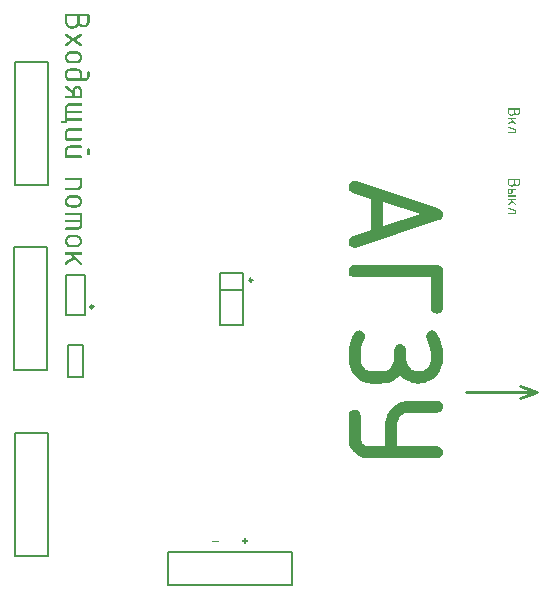
<source format=gto>
G04 Layer_Color=65535*
%FSLAX44Y44*%
%MOMM*%
G71*
G01*
G75*
%ADD24C,0.2540*%
%ADD25C,0.2000*%
G36*
X144015Y428502D02*
X144211Y428424D01*
X144367Y428268D01*
X144562Y428112D01*
X144679Y427839D01*
X144718Y427487D01*
Y427448D01*
Y427331D01*
X144679Y427136D01*
X144601Y426941D01*
X144445Y426785D01*
X144289Y426589D01*
X144015Y426472D01*
X143664Y426433D01*
X134021D01*
X133865Y426394D01*
X133670Y426355D01*
X133435Y426277D01*
X133201Y426199D01*
X132928Y426043D01*
X132694Y425848D01*
X132655Y425809D01*
X132616Y425731D01*
X132499Y425613D01*
X132421Y425418D01*
X132303Y425223D01*
X132186Y424950D01*
X132147Y424676D01*
X132108Y424364D01*
Y420148D01*
X143820D01*
X144015Y420109D01*
X144211Y420031D01*
X144367Y419874D01*
X144562Y419718D01*
X144679Y419445D01*
X144718Y419094D01*
Y419055D01*
Y418938D01*
X144679Y418742D01*
X144601Y418547D01*
X144445Y418391D01*
X144289Y418196D01*
X144015Y418079D01*
X143664Y418040D01*
X130859D01*
X130703Y418079D01*
X130507Y418157D01*
X130312Y418313D01*
X130156Y418469D01*
X130039Y418742D01*
X130000Y419094D01*
Y424364D01*
Y424442D01*
X130039Y424637D01*
X130078Y424989D01*
X130156Y425379D01*
X130312Y425848D01*
X130507Y426355D01*
X130820Y426863D01*
X131210Y427331D01*
X131249Y427370D01*
X131445Y427526D01*
X131679Y427721D01*
X132030Y427917D01*
X132459Y428151D01*
X132967Y428346D01*
X133553Y428502D01*
X134177Y428541D01*
X143820D01*
X144015Y428502D01*
D02*
G37*
G36*
X150340Y426433D02*
X150535Y426355D01*
X150691Y426199D01*
X150886Y426043D01*
X151003Y425770D01*
X151042Y425418D01*
Y421202D01*
Y421163D01*
Y421046D01*
X151003Y420850D01*
X150925Y420655D01*
X150769Y420499D01*
X150613Y420304D01*
X150340Y420187D01*
X149988Y420148D01*
X149832D01*
X149637Y420187D01*
X149481Y420265D01*
X149286Y420421D01*
X149090Y420577D01*
X148973Y420850D01*
X148934Y421202D01*
Y425418D01*
Y425457D01*
Y425574D01*
X148973Y425770D01*
X149051Y425926D01*
X149208Y426121D01*
X149364Y426316D01*
X149637Y426433D01*
X149988Y426472D01*
X150145D01*
X150340Y426433D01*
D02*
G37*
G36*
X139799Y386456D02*
X140228Y386417D01*
X140736Y386300D01*
X141321Y386105D01*
X141946Y385871D01*
X142571Y385480D01*
X143156Y384973D01*
X143235Y384895D01*
X143391Y384700D01*
X143664Y384387D01*
X143937Y383919D01*
X144211Y383411D01*
X144484Y382748D01*
X144640Y382045D01*
X144718Y381264D01*
Y381225D01*
Y381147D01*
Y381030D01*
X144679Y380874D01*
X144640Y380483D01*
X144523Y379976D01*
X144367Y379351D01*
X144093Y378727D01*
X143703Y378102D01*
X143195Y377516D01*
X143117Y377438D01*
X142922Y377282D01*
X142610Y377048D01*
X142141Y376735D01*
X141595Y376462D01*
X140970Y376228D01*
X140267Y376072D01*
X139448Y375994D01*
X135036D01*
X134880Y376033D01*
X134451Y376072D01*
X133943Y376189D01*
X133357Y376384D01*
X132733Y376657D01*
X132108Y377048D01*
X131523Y377555D01*
X131445Y377634D01*
X131288Y377829D01*
X131054Y378141D01*
X130781Y378570D01*
X130469Y379117D01*
X130234Y379742D01*
X130078Y380483D01*
X130000Y381264D01*
Y381303D01*
Y381342D01*
Y381459D01*
X130039Y381615D01*
X130078Y382045D01*
X130195Y382552D01*
X130390Y383138D01*
X130625Y383763D01*
X131015Y384387D01*
X131523Y384973D01*
X131601Y385051D01*
X131796Y385207D01*
X132108Y385441D01*
X132577Y385715D01*
X133084Y386027D01*
X133748Y386261D01*
X134451Y386417D01*
X135231Y386496D01*
X139643D01*
X139799Y386456D01*
D02*
G37*
G36*
X144015Y401175D02*
X144211Y401096D01*
X144367Y400979D01*
X144562Y400784D01*
X144679Y400550D01*
X144718Y400199D01*
Y394928D01*
Y394889D01*
Y394850D01*
Y394616D01*
X144640Y394304D01*
X144562Y393913D01*
X144406Y393445D01*
X144211Y392937D01*
X143898Y392430D01*
X143469Y391961D01*
X143430Y391922D01*
X143235Y391766D01*
X143000Y391571D01*
X142649Y391336D01*
X142219Y391102D01*
X141712Y390907D01*
X141126Y390751D01*
X140502Y390712D01*
X130859D01*
X130703Y390751D01*
X130507Y390829D01*
X130312Y390985D01*
X130156Y391141D01*
X130039Y391414D01*
X130000Y391766D01*
Y391805D01*
Y391922D01*
X130039Y392117D01*
X130117Y392273D01*
X130234Y392469D01*
X130429Y392664D01*
X130664Y392781D01*
X131015Y392820D01*
X140658D01*
X140814Y392859D01*
X141009Y392898D01*
X141243Y392976D01*
X141517Y393093D01*
X141751Y393249D01*
X141985Y393445D01*
X142024Y393484D01*
X142102Y393562D01*
X142180Y393679D01*
X142297Y393835D01*
X142415Y394069D01*
X142532Y394304D01*
X142571Y394616D01*
X142610Y394928D01*
Y399105D01*
X130859D01*
X130703Y399144D01*
X130507Y399222D01*
X130312Y399379D01*
X130156Y399535D01*
X130039Y399808D01*
X130000Y400159D01*
Y400199D01*
Y400316D01*
X130039Y400511D01*
X130117Y400667D01*
X130234Y400862D01*
X130429Y401057D01*
X130664Y401175D01*
X131015Y401213D01*
X143820D01*
X144015Y401175D01*
D02*
G37*
G36*
Y443220D02*
X144211Y443142D01*
X144367Y442986D01*
X144562Y442830D01*
X144679Y442557D01*
X144718Y442205D01*
Y442166D01*
Y442049D01*
X144679Y441854D01*
X144601Y441659D01*
X144445Y441503D01*
X144289Y441307D01*
X144015Y441190D01*
X143664Y441151D01*
X134021D01*
X133865Y441112D01*
X133670Y441073D01*
X133435Y440995D01*
X133201Y440917D01*
X132928Y440761D01*
X132694Y440566D01*
X132655Y440527D01*
X132616Y440448D01*
X132499Y440331D01*
X132421Y440136D01*
X132303Y439941D01*
X132186Y439668D01*
X132147Y439394D01*
X132108Y439082D01*
Y434866D01*
X143820D01*
X144015Y434827D01*
X144211Y434749D01*
X144367Y434593D01*
X144562Y434436D01*
X144679Y434163D01*
X144718Y433812D01*
Y433773D01*
Y433656D01*
X144679Y433460D01*
X144601Y433265D01*
X144445Y433109D01*
X144289Y432914D01*
X144015Y432797D01*
X143664Y432758D01*
X130859D01*
X130703Y432797D01*
X130507Y432875D01*
X130312Y433031D01*
X130156Y433187D01*
X130039Y433460D01*
X130000Y433812D01*
Y439082D01*
Y439160D01*
X130039Y439355D01*
X130078Y439707D01*
X130156Y440097D01*
X130312Y440566D01*
X130507Y441073D01*
X130820Y441581D01*
X131210Y442049D01*
X131249Y442088D01*
X131445Y442244D01*
X131679Y442439D01*
X132030Y442635D01*
X132459Y442869D01*
X132967Y443064D01*
X133553Y443220D01*
X134177Y443259D01*
X143820D01*
X144015Y443220D01*
D02*
G37*
G36*
X140814Y493699D02*
X141126Y493660D01*
X141517Y493582D01*
X141985Y493425D01*
X142493Y493230D01*
X143000Y492918D01*
X143469Y492528D01*
X143508Y492489D01*
X143664Y492293D01*
X143859Y492059D01*
X144093Y491708D01*
X144328Y491278D01*
X144523Y490771D01*
X144679Y490185D01*
X144718Y489561D01*
Y485344D01*
X146982D01*
X147139Y485383D01*
X147334Y485422D01*
X147568Y485500D01*
X147802Y485617D01*
X148075Y485774D01*
X148310Y485969D01*
X148349Y486008D01*
X148427Y486086D01*
X148505Y486203D01*
X148622Y486359D01*
X148739Y486594D01*
X148856Y486828D01*
X148895Y487140D01*
X148934Y487452D01*
Y490615D01*
Y490654D01*
Y490771D01*
X148973Y490927D01*
X149051Y491122D01*
X149208Y491317D01*
X149364Y491474D01*
X149637Y491591D01*
X149988Y491630D01*
X150145D01*
X150340Y491591D01*
X150535Y491513D01*
X150691Y491395D01*
X150886Y491200D01*
X151003Y490966D01*
X151042Y490615D01*
Y487452D01*
Y487413D01*
Y487374D01*
Y487140D01*
X150964Y486828D01*
X150886Y486437D01*
X150730Y485969D01*
X150535Y485461D01*
X150223Y484954D01*
X149793Y484485D01*
X149754Y484446D01*
X149559Y484290D01*
X149325Y484095D01*
X148973Y483861D01*
X148544Y483627D01*
X148036Y483431D01*
X147451Y483275D01*
X146826Y483236D01*
X133904D01*
X133553Y483314D01*
X133162Y483392D01*
X132694Y483548D01*
X132186Y483744D01*
X131679Y484056D01*
X131210Y484485D01*
X131171Y484524D01*
X131015Y484720D01*
X130820Y484954D01*
X130625Y485305D01*
X130390Y485735D01*
X130195Y486242D01*
X130039Y486828D01*
X130000Y487452D01*
Y489561D01*
Y489639D01*
X130039Y489834D01*
X130078Y490185D01*
X130156Y490576D01*
X130312Y491044D01*
X130507Y491552D01*
X130820Y492059D01*
X131210Y492528D01*
X131249Y492567D01*
X131445Y492723D01*
X131679Y492918D01*
X132030Y493113D01*
X132459Y493347D01*
X132967Y493543D01*
X133553Y493699D01*
X134177Y493738D01*
X140580D01*
X140814Y493699D01*
D02*
G37*
G36*
X139799Y508417D02*
X140228Y508378D01*
X140736Y508261D01*
X141321Y508065D01*
X141946Y507831D01*
X142571Y507441D01*
X143156Y506933D01*
X143235Y506855D01*
X143391Y506660D01*
X143664Y506348D01*
X143937Y505879D01*
X144211Y505372D01*
X144484Y504708D01*
X144640Y504005D01*
X144718Y503224D01*
Y503186D01*
Y503107D01*
Y502990D01*
X144679Y502834D01*
X144640Y502444D01*
X144523Y501936D01*
X144367Y501311D01*
X144093Y500687D01*
X143703Y500062D01*
X143195Y499477D01*
X143117Y499399D01*
X142922Y499242D01*
X142610Y499008D01*
X142141Y498696D01*
X141595Y498423D01*
X140970Y498188D01*
X140267Y498032D01*
X139448Y497954D01*
X135036D01*
X134880Y497993D01*
X134451Y498032D01*
X133943Y498149D01*
X133357Y498344D01*
X132733Y498618D01*
X132108Y499008D01*
X131523Y499516D01*
X131445Y499594D01*
X131288Y499789D01*
X131054Y500101D01*
X130781Y500531D01*
X130469Y501077D01*
X130234Y501702D01*
X130078Y502444D01*
X130000Y503224D01*
Y503264D01*
Y503303D01*
Y503420D01*
X130039Y503576D01*
X130078Y504005D01*
X130195Y504513D01*
X130390Y505098D01*
X130625Y505723D01*
X131015Y506348D01*
X131523Y506933D01*
X131601Y507011D01*
X131796Y507168D01*
X132108Y507402D01*
X132577Y507675D01*
X133084Y507987D01*
X133748Y508222D01*
X134451Y508378D01*
X135231Y508456D01*
X139643D01*
X139799Y508417D01*
D02*
G37*
G36*
X144015Y464263D02*
X144211Y464185D01*
X144367Y464029D01*
X144562Y463872D01*
X144679Y463599D01*
X144718Y463248D01*
Y463209D01*
Y463092D01*
X144679Y462896D01*
X144601Y462701D01*
X144445Y462545D01*
X144289Y462350D01*
X144015Y462233D01*
X143664Y462194D01*
X134021D01*
X133865Y462155D01*
X133670Y462116D01*
X133435Y462038D01*
X133201Y461959D01*
X132928Y461803D01*
X132694Y461608D01*
X132655Y461569D01*
X132616Y461491D01*
X132499Y461374D01*
X132421Y461179D01*
X132303Y460944D01*
X132186Y460710D01*
X132147Y460398D01*
X132108Y460085D01*
Y457977D01*
X143820D01*
X144015Y457938D01*
X144211Y457860D01*
X144367Y457704D01*
X144562Y457548D01*
X144679Y457275D01*
X144718Y456923D01*
Y456884D01*
Y456767D01*
X144679Y456572D01*
X144601Y456377D01*
X144445Y456221D01*
X144289Y456025D01*
X144015Y455908D01*
X143664Y455869D01*
X132108D01*
Y451692D01*
X143820D01*
X144015Y451653D01*
X144211Y451575D01*
X144367Y451419D01*
X144562Y451263D01*
X144679Y450989D01*
X144718Y450638D01*
Y450599D01*
Y450482D01*
X144679Y450286D01*
X144601Y450091D01*
X144445Y449935D01*
X144289Y449740D01*
X144015Y449623D01*
X143664Y449584D01*
X132108D01*
Y448530D01*
Y448491D01*
Y448374D01*
X132069Y448178D01*
X131991Y447983D01*
X131835Y447827D01*
X131679Y447632D01*
X131405Y447515D01*
X131054Y447476D01*
X127736D01*
X127541Y447515D01*
X127384Y447593D01*
X127189Y447749D01*
X126994Y447905D01*
X126877Y448178D01*
X126838Y448530D01*
Y448569D01*
Y448686D01*
X126877Y448881D01*
X126955Y449037D01*
X127111Y449232D01*
X127267Y449428D01*
X127541Y449545D01*
X127892Y449584D01*
X130000D01*
Y460125D01*
Y460203D01*
X130039Y460398D01*
X130078Y460749D01*
X130156Y461140D01*
X130312Y461608D01*
X130507Y462116D01*
X130820Y462623D01*
X131210Y463092D01*
X131249Y463131D01*
X131445Y463287D01*
X131679Y463482D01*
X132030Y463677D01*
X132459Y463911D01*
X132967Y464107D01*
X133553Y464263D01*
X134177Y464302D01*
X143820D01*
X144015Y464263D01*
D02*
G37*
G36*
X140814Y478981D02*
X141126Y478942D01*
X141517Y478864D01*
X141985Y478708D01*
X142493Y478512D01*
X143000Y478200D01*
X143469Y477810D01*
X143508Y477771D01*
X143664Y477575D01*
X143859Y477341D01*
X144093Y476990D01*
X144328Y476560D01*
X144523Y476053D01*
X144679Y475467D01*
X144718Y474843D01*
Y469572D01*
Y469533D01*
Y469416D01*
X144679Y469221D01*
X144601Y469026D01*
X144445Y468870D01*
X144289Y468674D01*
X144015Y468557D01*
X143664Y468518D01*
X130859D01*
X130703Y468557D01*
X130507Y468635D01*
X130312Y468791D01*
X130156Y468948D01*
X130039Y469221D01*
X130000Y469572D01*
Y469611D01*
Y469728D01*
X130039Y469924D01*
X130117Y470080D01*
X130273Y470275D01*
X130429Y470470D01*
X130703Y470587D01*
X131054Y470626D01*
X136324D01*
Y472774D01*
X130429Y477146D01*
X130351Y477185D01*
X130234Y477380D01*
X130078Y477653D01*
X130039Y477810D01*
X130000Y478005D01*
Y478044D01*
Y478161D01*
X130039Y478317D01*
X130117Y478512D01*
X130273Y478708D01*
X130429Y478864D01*
X130703Y478981D01*
X131054Y479020D01*
X131132D01*
X131249Y478981D01*
X131483Y478942D01*
X131679Y478864D01*
X136324Y475311D01*
Y475389D01*
X136363Y475584D01*
X136442Y475858D01*
X136559Y476248D01*
X136754Y476677D01*
X136988Y477107D01*
X137300Y477536D01*
X137691Y477966D01*
X137730Y478005D01*
X137886Y478122D01*
X138159Y478317D01*
X138472Y478473D01*
X138901Y478669D01*
X139369Y478864D01*
X139916Y478981D01*
X140502Y479020D01*
X140580D01*
X140814Y478981D01*
D02*
G37*
G36*
X445835Y327163D02*
X446567Y327017D01*
X447592Y326724D01*
X448471Y326138D01*
X449350Y325259D01*
X449936Y323941D01*
X450083Y322329D01*
Y291422D01*
Y291129D01*
X449936Y290543D01*
X449790Y289811D01*
X449497Y288785D01*
X448764Y287760D01*
X447885Y287027D01*
X446713Y286441D01*
X444956Y286148D01*
X444809D01*
X444223Y286295D01*
X443344Y286441D01*
X442466Y286734D01*
X441587Y287467D01*
X440708Y288346D01*
X440122Y289664D01*
X439975Y291422D01*
Y317056D01*
X375084D01*
X374498Y317203D01*
X373619Y317349D01*
X372740Y317642D01*
X371861Y318375D01*
X370982Y319253D01*
X370396Y320572D01*
X370250Y322329D01*
Y322476D01*
X370396Y323062D01*
X370543Y323941D01*
X370836Y324820D01*
X371422Y325699D01*
X372301Y326577D01*
X373619Y327163D01*
X375230Y327310D01*
X445249D01*
X445835Y327163D01*
D02*
G37*
G36*
X376842Y398354D02*
X445981Y375356D01*
X446128D01*
X446567Y375063D01*
X447299Y374770D01*
X448032Y374184D01*
X448764Y373598D01*
X449497Y372719D01*
X449936Y371694D01*
X450083Y370376D01*
Y370229D01*
Y369790D01*
X449936Y369057D01*
X449643Y368325D01*
X449204Y367446D01*
X448471Y366567D01*
X447592Y365835D01*
X446274Y365249D01*
X376842Y342104D01*
X376695D01*
X376402Y341958D01*
X375084D01*
X374498Y342104D01*
X373619Y342251D01*
X372740Y342544D01*
X371861Y343276D01*
X370982Y344155D01*
X370396Y345327D01*
X370250Y347085D01*
Y347231D01*
Y347671D01*
X370396Y348257D01*
X370690Y348989D01*
X371129Y349868D01*
X371715Y350601D01*
X372447Y351333D01*
X373619Y351919D01*
X389586Y357192D01*
Y383266D01*
X373619Y388686D01*
X373473D01*
X373033Y388832D01*
X372594Y389272D01*
X372008Y389711D01*
X371275Y390297D01*
X370836Y391176D01*
X370396Y392201D01*
X370250Y393520D01*
Y393666D01*
X370396Y394252D01*
X370543Y395131D01*
X370836Y396010D01*
X371422Y396889D01*
X372301Y397768D01*
X373619Y398354D01*
X375230Y398500D01*
X375816D01*
X376842Y398354D01*
D02*
G37*
G36*
X445835Y212468D02*
X446567Y212322D01*
X447592Y212029D01*
X448471Y211443D01*
X449350Y210564D01*
X449936Y209245D01*
X450083Y207634D01*
Y207341D01*
X449936Y206755D01*
X449790Y206023D01*
X449497Y204998D01*
X448764Y203972D01*
X447885Y203240D01*
X446713Y202654D01*
X444956Y202361D01*
X420933D01*
X420054Y202214D01*
X419028Y201921D01*
X417857Y201628D01*
X416685Y201189D01*
X415366Y200457D01*
X414194Y199431D01*
X414048Y199285D01*
X413755Y198845D01*
X413316Y198259D01*
X412730Y197381D01*
X412144Y196355D01*
X411704Y195037D01*
X411411Y193572D01*
X411265Y192107D01*
Y173943D01*
X445249D01*
X445835Y173797D01*
X446567Y173650D01*
X447592Y173358D01*
X448471Y172772D01*
X449350Y171893D01*
X449936Y170574D01*
X450083Y168963D01*
Y168670D01*
X449936Y168084D01*
X449790Y167352D01*
X449497Y166326D01*
X448764Y165301D01*
X447885Y164569D01*
X446713Y163983D01*
X444956Y163690D01*
X385631D01*
X384312Y163983D01*
X382701Y164276D01*
X380943Y164862D01*
X378892Y165740D01*
X376988Y167059D01*
X375084Y168670D01*
X374937Y168817D01*
X374352Y169549D01*
X373619Y170574D01*
X372740Y171893D01*
X371715Y173650D01*
X370982Y175701D01*
X370396Y178045D01*
X370250Y180535D01*
Y199871D01*
Y200017D01*
X370396Y200603D01*
X370543Y201482D01*
X370836Y202361D01*
X371422Y203386D01*
X372301Y204119D01*
X373619Y204705D01*
X375230Y204998D01*
X375523D01*
X376109Y204851D01*
X376842Y204705D01*
X377867Y204412D01*
X378746Y203679D01*
X379625Y202800D01*
X380211Y201628D01*
X380357Y199871D01*
Y180535D01*
Y180389D01*
Y180096D01*
X380504Y179656D01*
X380650Y178924D01*
X381236Y177459D01*
X381676Y176727D01*
X382262Y175994D01*
X382408Y175848D01*
X382555Y175701D01*
X382994Y175408D01*
X383580Y174969D01*
X385045Y174236D01*
X385924Y174090D01*
X386802Y173943D01*
X401158D01*
Y192107D01*
Y192254D01*
Y192547D01*
X401304Y193279D01*
Y194011D01*
X401451Y195037D01*
X401744Y196062D01*
X402476Y198699D01*
X403062Y200164D01*
X403794Y201628D01*
X404527Y203093D01*
X405552Y204558D01*
X406870Y206023D01*
X408189Y207488D01*
X409800Y208806D01*
X411704Y209978D01*
X411851Y210124D01*
X412437Y210417D01*
X413316Y210857D01*
X414487Y211296D01*
X415952Y211736D01*
X417710Y212175D01*
X419614Y212468D01*
X421665Y212615D01*
X445249D01*
X445835Y212468D01*
D02*
G37*
G36*
X442026Y271793D02*
X442612Y271647D01*
X443198Y271354D01*
X443784Y271061D01*
X444370Y270475D01*
X444809Y269743D01*
Y269596D01*
X445102Y269303D01*
X445249Y268864D01*
X445688Y268278D01*
X445981Y267545D01*
X446421Y266520D01*
X447446Y264323D01*
X448471Y261539D01*
X449204Y258463D01*
X449790Y255094D01*
X450083Y251432D01*
Y247624D01*
Y247477D01*
Y247184D01*
Y246745D01*
X449936Y246159D01*
X449790Y244548D01*
X449350Y242497D01*
X448618Y240300D01*
X447446Y237810D01*
X445981Y235319D01*
X443930Y232976D01*
X443637Y232683D01*
X442905Y231950D01*
X441587Y231071D01*
X439829Y229900D01*
X437778Y228728D01*
X435288Y227849D01*
X432505Y227116D01*
X429429Y226823D01*
X428403D01*
X427817Y226970D01*
X426939Y227116D01*
X425913Y227263D01*
X423716Y227849D01*
X421226Y228728D01*
X418589Y230046D01*
X417417Y230925D01*
X416099Y231950D01*
X414927Y233269D01*
X413902Y234587D01*
X413755Y234294D01*
X413316Y233708D01*
X412437Y232829D01*
X411265Y231657D01*
X409947Y230485D01*
X408189Y229460D01*
X406138Y228435D01*
X403794Y227702D01*
X403648D01*
X403208Y227556D01*
X402329Y227409D01*
X401011Y227263D01*
X399253Y227116D01*
X396910Y226970D01*
X394127Y226823D01*
X389879D01*
X389293Y226970D01*
X387828Y227116D01*
X385777Y227556D01*
X383433Y228288D01*
X381090Y229460D01*
X378600Y230925D01*
X376256Y232976D01*
X375963Y233269D01*
X375377Y234001D01*
X374352Y235319D01*
X373326Y237077D01*
X372154Y239128D01*
X371129Y241618D01*
X370543Y244548D01*
X370250Y247624D01*
Y251432D01*
Y251579D01*
Y251872D01*
Y252458D01*
X370396Y253044D01*
Y253923D01*
X370543Y254948D01*
X370836Y257292D01*
X371275Y260075D01*
X372154Y263004D01*
X373180Y266080D01*
X374645Y269157D01*
X374791Y269303D01*
X374937Y269596D01*
X375816Y270475D01*
X377135Y271500D01*
X378013Y271793D01*
X379039Y271940D01*
X379478D01*
X380357Y271793D01*
X381529Y271354D01*
X382701Y270475D01*
X382994Y270182D01*
X383433Y269450D01*
X383873Y268424D01*
X384166Y266959D01*
Y266813D01*
Y266227D01*
X383873Y265494D01*
X383580Y264616D01*
X383433Y264469D01*
X383287Y263883D01*
X382847Y263004D01*
X382408Y261833D01*
X381969Y260661D01*
X381529Y259196D01*
X381090Y257878D01*
X380797Y256413D01*
Y256266D01*
Y255827D01*
X380650Y255241D01*
Y254215D01*
X380504Y253044D01*
Y251579D01*
X380357Y249674D01*
Y247624D01*
Y247477D01*
Y246891D01*
X380504Y246012D01*
X380797Y244987D01*
X381090Y243962D01*
X381529Y242643D01*
X382262Y241472D01*
X383287Y240300D01*
X383433Y240153D01*
X383873Y239860D01*
X384459Y239274D01*
X385338Y238688D01*
X386363Y238249D01*
X387681Y237663D01*
X389146Y237370D01*
X390611Y237224D01*
X399400D01*
X399986Y237370D01*
X401597Y237516D01*
X403062Y238102D01*
X403355Y238249D01*
X403941Y238835D01*
X404966Y239567D01*
X405992Y240739D01*
X407017Y242350D01*
X408042Y244255D01*
X408628Y246452D01*
X408921Y249089D01*
Y249235D01*
Y249674D01*
Y250407D01*
Y251432D01*
Y251725D01*
Y252311D01*
Y253044D01*
Y253629D01*
Y253776D01*
Y254215D01*
X409068Y254948D01*
Y255680D01*
X409507Y257438D01*
X409947Y258317D01*
X410386Y258903D01*
X410679Y259196D01*
X411411Y259635D01*
X412437Y260075D01*
X413902Y260368D01*
X414341D01*
X415220Y260221D01*
X416392Y259782D01*
X417564Y258903D01*
Y258756D01*
X417857Y258610D01*
X418003Y258171D01*
X418296Y257731D01*
X418589Y256999D01*
X418736Y256120D01*
X419028Y255094D01*
Y253776D01*
Y253483D01*
Y252897D01*
Y252018D01*
Y251872D01*
Y251725D01*
Y250993D01*
Y249967D01*
Y248942D01*
Y248649D01*
Y248063D01*
X419175Y247038D01*
X419468Y245720D01*
X419761Y244401D01*
X420347Y242936D01*
X421079Y241618D01*
X422105Y240300D01*
X422251Y240153D01*
X422691Y239860D01*
X423276Y239274D01*
X424155Y238688D01*
X425181Y238249D01*
X426499Y237663D01*
X427964Y237370D01*
X429429Y237224D01*
X430161D01*
X431040Y237370D01*
X432065Y237663D01*
X433237Y237956D01*
X434409Y238542D01*
X435727Y239274D01*
X436899Y240300D01*
X437046Y240446D01*
X437339Y240886D01*
X437925Y241472D01*
X438511Y242350D01*
X438950Y243376D01*
X439536Y244694D01*
X439829Y246012D01*
X439975Y247624D01*
Y251432D01*
Y251725D01*
Y252604D01*
X439829Y253776D01*
X439536Y255534D01*
X439096Y257438D01*
X438511Y259635D01*
X437778Y262125D01*
X436606Y264616D01*
X436460Y264762D01*
X436313Y265348D01*
X436167Y266080D01*
X436020Y266959D01*
Y267106D01*
Y267252D01*
X436167Y268131D01*
X436606Y269303D01*
X437485Y270475D01*
X437778Y270768D01*
X438511Y271207D01*
X439536Y271647D01*
X441001Y271940D01*
X441440D01*
X442026Y271793D01*
D02*
G37*
G36*
X282809Y96281D02*
X282907Y96242D01*
X282985Y96164D01*
X283082Y96086D01*
X283141Y95950D01*
X283160Y95774D01*
Y94214D01*
X284818D01*
X284916Y94194D01*
X285013Y94155D01*
X285091Y94077D01*
X285189Y93999D01*
X285247Y93862D01*
X285267Y93687D01*
Y93667D01*
Y93609D01*
X285247Y93511D01*
X285208Y93433D01*
X285130Y93336D01*
X285052Y93238D01*
X284916Y93180D01*
X284740Y93160D01*
X283160D01*
Y91580D01*
Y91561D01*
Y91502D01*
X283141Y91404D01*
X283102Y91327D01*
X283024Y91229D01*
X282946Y91131D01*
X282809Y91073D01*
X282633Y91053D01*
X282555D01*
X282458Y91073D01*
X282380Y91112D01*
X282282Y91190D01*
X282185Y91268D01*
X282126Y91404D01*
X282107Y91580D01*
Y93160D01*
X280449D01*
X280351Y93180D01*
X280273Y93219D01*
X280176Y93297D01*
X280078Y93375D01*
X280019Y93511D01*
X280000Y93687D01*
Y93706D01*
Y93765D01*
X280019Y93862D01*
X280058Y93960D01*
X280137Y94038D01*
X280215Y94136D01*
X280351Y94194D01*
X280527Y94214D01*
X282107D01*
Y95774D01*
Y95794D01*
Y95852D01*
X282126Y95950D01*
X282165Y96047D01*
X282243Y96125D01*
X282321Y96223D01*
X282458Y96281D01*
X282633Y96301D01*
X282712D01*
X282809Y96281D01*
D02*
G37*
G36*
X139799Y352804D02*
X140228Y352765D01*
X140736Y352648D01*
X141321Y352453D01*
X141946Y352219D01*
X142571Y351828D01*
X143156Y351321D01*
X143235Y351243D01*
X143391Y351047D01*
X143664Y350735D01*
X143937Y350267D01*
X144211Y349759D01*
X144484Y349095D01*
X144640Y348393D01*
X144718Y347612D01*
Y347573D01*
Y347495D01*
Y347378D01*
X144679Y347221D01*
X144640Y346831D01*
X144523Y346324D01*
X144367Y345699D01*
X144093Y345074D01*
X143703Y344450D01*
X143195Y343864D01*
X143117Y343786D01*
X142922Y343630D01*
X142610Y343396D01*
X142141Y343083D01*
X141595Y342810D01*
X140970Y342576D01*
X140267Y342420D01*
X139448Y342341D01*
X135036D01*
X134880Y342380D01*
X134451Y342420D01*
X133943Y342537D01*
X133357Y342732D01*
X132733Y343005D01*
X132108Y343396D01*
X131523Y343903D01*
X131445Y343981D01*
X131288Y344176D01*
X131054Y344489D01*
X130781Y344918D01*
X130469Y345465D01*
X130234Y346089D01*
X130078Y346831D01*
X130000Y347612D01*
Y347651D01*
Y347690D01*
Y347807D01*
X130039Y347963D01*
X130078Y348393D01*
X130195Y348900D01*
X130390Y349486D01*
X130625Y350110D01*
X131015Y350735D01*
X131523Y351321D01*
X131601Y351399D01*
X131796Y351555D01*
X132108Y351789D01*
X132577Y352062D01*
X133084Y352375D01*
X133748Y352609D01*
X134451Y352765D01*
X135231Y352843D01*
X139643D01*
X139799Y352804D01*
D02*
G37*
G36*
X144015Y371738D02*
X144211Y371660D01*
X144367Y371504D01*
X144562Y371348D01*
X144679Y371075D01*
X144718Y370723D01*
Y361237D01*
Y361198D01*
Y361159D01*
Y360924D01*
X144640Y360612D01*
X144562Y360222D01*
X144406Y359753D01*
X144211Y359246D01*
X143898Y358738D01*
X143469Y358270D01*
X143430Y358231D01*
X143235Y358074D01*
X143000Y357879D01*
X142649Y357645D01*
X142219Y357411D01*
X141712Y357216D01*
X141126Y357060D01*
X140502Y357020D01*
X130859D01*
X130703Y357060D01*
X130507Y357138D01*
X130312Y357294D01*
X130156Y357450D01*
X130039Y357723D01*
X130000Y358074D01*
Y358114D01*
Y358231D01*
X130039Y358426D01*
X130117Y358582D01*
X130234Y358777D01*
X130429Y358972D01*
X130664Y359090D01*
X131015Y359129D01*
X140658D01*
X140814Y359168D01*
X141009Y359207D01*
X141243Y359285D01*
X141517Y359402D01*
X141751Y359558D01*
X141985Y359753D01*
X142024Y359792D01*
X142102Y359870D01*
X142180Y359987D01*
X142297Y360183D01*
X142415Y360378D01*
X142532Y360651D01*
X142571Y360924D01*
X142610Y361237D01*
Y363345D01*
X130859D01*
X130703Y363384D01*
X130507Y363462D01*
X130312Y363618D01*
X130156Y363774D01*
X130039Y364048D01*
X130000Y364399D01*
Y364438D01*
Y364555D01*
X130039Y364750D01*
X130117Y364907D01*
X130234Y365102D01*
X130429Y365297D01*
X130664Y365414D01*
X131015Y365453D01*
X142610D01*
Y369669D01*
X130859D01*
X130703Y369708D01*
X130507Y369786D01*
X130312Y369943D01*
X130156Y370099D01*
X130039Y370372D01*
X130000Y370723D01*
Y370762D01*
Y370880D01*
X130039Y371075D01*
X130117Y371231D01*
X130234Y371426D01*
X130429Y371621D01*
X130664Y371738D01*
X131015Y371777D01*
X143820D01*
X144015Y371738D01*
D02*
G37*
G36*
X259896Y93667D02*
X259994Y93628D01*
X260072Y93550D01*
X260169Y93472D01*
X260228Y93336D01*
X260247Y93160D01*
Y93141D01*
Y93082D01*
X260228Y92985D01*
X260189Y92907D01*
X260111Y92809D01*
X260033Y92711D01*
X259896Y92653D01*
X259721Y92633D01*
X255429D01*
X255351Y92653D01*
X255254Y92692D01*
X255156Y92770D01*
X255078Y92848D01*
X255019Y92985D01*
X255000Y93160D01*
Y93180D01*
Y93238D01*
X255019Y93336D01*
X255058Y93433D01*
X255117Y93511D01*
X255215Y93609D01*
X255332Y93667D01*
X255507Y93687D01*
X259799D01*
X259896Y93667D01*
D02*
G37*
G36*
X144015Y338086D02*
X144211Y338008D01*
X144367Y337852D01*
X144562Y337696D01*
X144679Y337422D01*
X144718Y337071D01*
Y337032D01*
Y336915D01*
X144679Y336720D01*
X144601Y336525D01*
X144445Y336368D01*
X144289Y336173D01*
X144015Y336056D01*
X143664Y336017D01*
X137808D01*
X144406Y329419D01*
X144445Y329380D01*
X144562Y329224D01*
X144679Y328990D01*
X144718Y328677D01*
Y328638D01*
Y328521D01*
X144679Y328326D01*
X144601Y328131D01*
X144445Y327975D01*
X144289Y327780D01*
X144015Y327663D01*
X143664Y327623D01*
X143586D01*
X143430Y327663D01*
X143156Y327741D01*
X142922Y327936D01*
X138276Y332542D01*
X131640Y327819D01*
X131601Y327780D01*
X131445Y327702D01*
X131249Y327663D01*
X131015Y327623D01*
X130859D01*
X130703Y327663D01*
X130507Y327741D01*
X130312Y327897D01*
X130156Y328053D01*
X130039Y328326D01*
X130000Y328677D01*
Y328717D01*
Y328756D01*
X130039Y328990D01*
X130195Y329263D01*
X130273Y329419D01*
X130429Y329536D01*
X136754Y334065D01*
X134802Y336017D01*
X130859D01*
X130703Y336056D01*
X130507Y336134D01*
X130312Y336290D01*
X130156Y336446D01*
X130039Y336720D01*
X130000Y337071D01*
Y337110D01*
Y337227D01*
X130039Y337422D01*
X130117Y337579D01*
X130234Y337774D01*
X130429Y337969D01*
X130664Y338086D01*
X131015Y338125D01*
X143820D01*
X144015Y338086D01*
D02*
G37*
G36*
X512003Y391573D02*
X512101Y391534D01*
X512179Y391456D01*
X512276Y391378D01*
X512335Y391241D01*
X512354Y391066D01*
Y391046D01*
Y390988D01*
X512335Y390890D01*
X512296Y390793D01*
X512218Y390715D01*
X512140Y390617D01*
X512003Y390559D01*
X511828Y390539D01*
X509214D01*
Y389486D01*
Y389466D01*
Y389447D01*
Y389330D01*
X509174Y389174D01*
X509136Y388978D01*
X509058Y388744D01*
X508960Y388491D01*
X508804Y388237D01*
X508589Y388003D01*
X508570Y387984D01*
X508472Y387906D01*
X508355Y387808D01*
X508180Y387691D01*
X507965Y387574D01*
X507711Y387476D01*
X507419Y387398D01*
X507107Y387379D01*
X506951D01*
X506795Y387418D01*
X506580Y387457D01*
X506346Y387535D01*
X506092Y387632D01*
X505839Y387789D01*
X505605Y388003D01*
X505585Y388023D01*
X505507Y388120D01*
X505410Y388237D01*
X505312Y388413D01*
X505195Y388627D01*
X505098Y388881D01*
X505019Y389174D01*
X505000Y389486D01*
Y391066D01*
Y391085D01*
Y391144D01*
X505019Y391241D01*
X505059Y391319D01*
X505117Y391417D01*
X505215Y391514D01*
X505332Y391573D01*
X505507Y391592D01*
X511906D01*
X512003Y391573D01*
D02*
G37*
G36*
Y386325D02*
X512101Y386287D01*
X512179Y386208D01*
X512276Y386130D01*
X512335Y385994D01*
X512354Y385818D01*
Y385799D01*
Y385740D01*
X512335Y385643D01*
X512296Y385545D01*
X512218Y385467D01*
X512140Y385370D01*
X512003Y385311D01*
X511828Y385292D01*
X505429D01*
X505351Y385311D01*
X505254Y385350D01*
X505156Y385428D01*
X505078Y385506D01*
X505019Y385643D01*
X505000Y385818D01*
Y385838D01*
Y385896D01*
X505019Y385994D01*
X505059Y386072D01*
X505117Y386169D01*
X505215Y386267D01*
X505332Y386325D01*
X505507Y386345D01*
X511906D01*
X512003Y386325D01*
D02*
G37*
G36*
X505683Y444219D02*
X511925Y442151D01*
X511945D01*
X511984Y442112D01*
X512062Y442073D01*
X512140Y442034D01*
X512218Y441956D01*
X512296Y441858D01*
X512335Y441761D01*
X512354Y441624D01*
Y439518D01*
Y439498D01*
Y439439D01*
X512335Y439342D01*
X512296Y439244D01*
X512218Y439166D01*
X512140Y439069D01*
X512003Y439010D01*
X511828Y438991D01*
X505429D01*
X505351Y439010D01*
X505254Y439049D01*
X505156Y439127D01*
X505078Y439205D01*
X505019Y439342D01*
X505000Y439518D01*
Y439537D01*
Y439595D01*
X505019Y439693D01*
X505059Y439771D01*
X505117Y439869D01*
X505215Y439966D01*
X505332Y440025D01*
X505507Y440044D01*
X511301D01*
Y441254D01*
X505351Y443224D01*
X505332D01*
X505293Y443243D01*
X505176Y443321D01*
X505117Y443399D01*
X505059Y443477D01*
X505019Y443575D01*
X505000Y443712D01*
Y443731D01*
Y443789D01*
X505019Y443887D01*
X505059Y443965D01*
X505137Y444063D01*
X505215Y444160D01*
X505351Y444219D01*
X505527Y444238D01*
X505585D01*
X505683Y444219D01*
D02*
G37*
G36*
X515163Y459981D02*
X515261Y459941D01*
X515339Y459883D01*
X515436Y459785D01*
X515495Y459668D01*
X515514Y459493D01*
Y456859D01*
Y456840D01*
Y456801D01*
Y456742D01*
X515495Y456664D01*
X515475Y456469D01*
X515417Y456216D01*
X515339Y455904D01*
X515202Y455591D01*
X515007Y455279D01*
X514754Y454987D01*
X514715Y454948D01*
X514617Y454870D01*
X514461Y454753D01*
X514227Y454596D01*
X513954Y454460D01*
X513642Y454343D01*
X513291Y454265D01*
X512881Y454226D01*
X512764D01*
X512666Y454245D01*
X512432Y454284D01*
X512159Y454343D01*
X511828Y454460D01*
X511476Y454636D01*
X511320Y454753D01*
X511145Y454870D01*
X510989Y455026D01*
X510833Y455201D01*
X510813Y455182D01*
X510794Y455143D01*
X510735Y455065D01*
X510657Y454967D01*
X510579Y454850D01*
X510462Y454733D01*
X510326Y454596D01*
X510169Y454440D01*
X509974Y454304D01*
X509779Y454167D01*
X509565Y454050D01*
X509311Y453933D01*
X509058Y453836D01*
X508765Y453758D01*
X508472Y453719D01*
X508141Y453699D01*
X508024D01*
X507926Y453719D01*
X507809D01*
X507673Y453738D01*
X507380Y453816D01*
X507029Y453933D01*
X506658Y454089D01*
X506268Y454323D01*
X506092Y454479D01*
X505917Y454636D01*
Y454655D01*
X505878Y454675D01*
X505839Y454733D01*
X505780Y454792D01*
X505624Y454987D01*
X505468Y455260D01*
X505293Y455572D01*
X505137Y455962D01*
X505039Y456391D01*
X505019Y456625D01*
X505000Y456859D01*
Y459493D01*
Y459512D01*
Y459571D01*
X505019Y459649D01*
X505059Y459746D01*
X505117Y459844D01*
X505215Y459922D01*
X505332Y459981D01*
X505507Y460000D01*
X515066D01*
X515163Y459981D01*
D02*
G37*
G36*
X512003Y451573D02*
X512101Y451534D01*
X512179Y451456D01*
X512276Y451378D01*
X512335Y451241D01*
X512354Y451066D01*
Y451046D01*
Y450988D01*
X512335Y450890D01*
X512296Y450793D01*
X512218Y450715D01*
X512140Y450617D01*
X512003Y450559D01*
X511828Y450539D01*
X508901D01*
X512198Y447242D01*
X512218Y447223D01*
X512276Y447145D01*
X512335Y447028D01*
X512354Y446872D01*
Y446852D01*
Y446794D01*
X512335Y446696D01*
X512296Y446599D01*
X512218Y446521D01*
X512140Y446423D01*
X512003Y446365D01*
X511828Y446345D01*
X511788D01*
X511711Y446365D01*
X511574Y446404D01*
X511457Y446501D01*
X509136Y448803D01*
X505819Y446442D01*
X505800Y446423D01*
X505722Y446384D01*
X505624Y446365D01*
X505507Y446345D01*
X505429D01*
X505351Y446365D01*
X505254Y446404D01*
X505156Y446482D01*
X505078Y446560D01*
X505019Y446696D01*
X505000Y446872D01*
Y446891D01*
Y446911D01*
X505019Y447028D01*
X505098Y447164D01*
X505137Y447242D01*
X505215Y447301D01*
X508375Y449564D01*
X507399Y450539D01*
X505429D01*
X505351Y450559D01*
X505254Y450597D01*
X505156Y450676D01*
X505078Y450754D01*
X505019Y450890D01*
X505000Y451066D01*
Y451085D01*
Y451144D01*
X505019Y451241D01*
X505059Y451319D01*
X505117Y451417D01*
X505215Y451514D01*
X505332Y451573D01*
X505507Y451592D01*
X511906D01*
X512003Y451573D01*
D02*
G37*
G36*
Y383165D02*
X512101Y383126D01*
X512179Y383048D01*
X512276Y382970D01*
X512335Y382834D01*
X512354Y382658D01*
Y382639D01*
Y382580D01*
X512335Y382482D01*
X512296Y382385D01*
X512218Y382307D01*
X512140Y382209D01*
X512003Y382151D01*
X511828Y382131D01*
X508901D01*
X512198Y378835D01*
X512218Y378815D01*
X512276Y378737D01*
X512335Y378620D01*
X512354Y378464D01*
Y378445D01*
Y378386D01*
X512335Y378288D01*
X512296Y378191D01*
X512218Y378113D01*
X512140Y378015D01*
X512003Y377957D01*
X511828Y377937D01*
X511788D01*
X511711Y377957D01*
X511574Y377996D01*
X511457Y378093D01*
X509136Y380395D01*
X505819Y378035D01*
X505800Y378015D01*
X505722Y377976D01*
X505624Y377957D01*
X505507Y377937D01*
X505429D01*
X505351Y377957D01*
X505254Y377996D01*
X505156Y378074D01*
X505078Y378152D01*
X505019Y378288D01*
X505000Y378464D01*
Y378484D01*
Y378503D01*
X505019Y378620D01*
X505098Y378757D01*
X505137Y378835D01*
X505215Y378893D01*
X508375Y381156D01*
X507399Y382131D01*
X505429D01*
X505351Y382151D01*
X505254Y382190D01*
X505156Y382268D01*
X505078Y382346D01*
X505019Y382482D01*
X505000Y382658D01*
Y382678D01*
Y382736D01*
X505019Y382834D01*
X505059Y382912D01*
X505117Y383009D01*
X505215Y383107D01*
X505332Y383165D01*
X505507Y383185D01*
X511906D01*
X512003Y383165D01*
D02*
G37*
G36*
X505683Y375811D02*
X511925Y373743D01*
X511945D01*
X511984Y373704D01*
X512062Y373665D01*
X512140Y373626D01*
X512218Y373548D01*
X512296Y373451D01*
X512335Y373353D01*
X512354Y373217D01*
Y371110D01*
Y371090D01*
Y371032D01*
X512335Y370934D01*
X512296Y370837D01*
X512218Y370759D01*
X512140Y370661D01*
X512003Y370603D01*
X511828Y370583D01*
X505429D01*
X505351Y370603D01*
X505254Y370642D01*
X505156Y370720D01*
X505078Y370798D01*
X505019Y370934D01*
X505000Y371110D01*
Y371129D01*
Y371188D01*
X505019Y371285D01*
X505059Y371363D01*
X505117Y371461D01*
X505215Y371558D01*
X505332Y371617D01*
X505507Y371637D01*
X511301D01*
Y372846D01*
X505351Y374816D01*
X505332D01*
X505293Y374836D01*
X505176Y374914D01*
X505117Y374992D01*
X505059Y375070D01*
X505019Y375167D01*
X505000Y375304D01*
Y375323D01*
Y375382D01*
X505019Y375480D01*
X505059Y375558D01*
X505137Y375655D01*
X505215Y375753D01*
X505351Y375811D01*
X505527Y375831D01*
X505585D01*
X505683Y375811D01*
D02*
G37*
G36*
X144015Y523135D02*
X144211Y523057D01*
X144367Y522940D01*
X144562Y522744D01*
X144679Y522510D01*
X144718Y522159D01*
Y522120D01*
Y522042D01*
X144679Y521807D01*
X144523Y521534D01*
X144406Y521378D01*
X144249Y521261D01*
X139252Y517943D01*
X144249Y514585D01*
X144289D01*
X144328Y514546D01*
X144484Y514390D01*
X144640Y514117D01*
X144718Y513921D01*
Y513726D01*
Y513687D01*
Y513570D01*
X144679Y513375D01*
X144601Y513180D01*
X144445Y513023D01*
X144289Y512828D01*
X144015Y512711D01*
X143664Y512672D01*
X143625D01*
X143469Y512711D01*
X143273Y512750D01*
X143078Y512867D01*
X137339Y516654D01*
X131640Y512867D01*
X131601Y512828D01*
X131445Y512750D01*
X131249Y512711D01*
X131015Y512672D01*
X130859D01*
X130703Y512711D01*
X130507Y512789D01*
X130312Y512945D01*
X130156Y513102D01*
X130039Y513375D01*
X130000Y513726D01*
Y513765D01*
Y513804D01*
X130039Y514039D01*
X130195Y514351D01*
X130273Y514468D01*
X130429Y514585D01*
X135427Y517943D01*
X130429Y521261D01*
X130351Y521300D01*
X130234Y521495D01*
X130078Y521768D01*
X130039Y521964D01*
X130000Y522159D01*
Y522237D01*
X130039Y522393D01*
X130117Y522666D01*
X130273Y522901D01*
X130312Y522940D01*
X130469Y523018D01*
X130703Y523135D01*
X131015Y523174D01*
X131093D01*
X131210Y523135D01*
X131405Y523096D01*
X131601Y523018D01*
X137339Y519192D01*
X143078Y523018D01*
X143117Y523057D01*
X143273Y523096D01*
X143430Y523135D01*
X143664Y523174D01*
X143820D01*
X144015Y523135D01*
D02*
G37*
G36*
X515163Y399981D02*
X515261Y399941D01*
X515339Y399883D01*
X515436Y399785D01*
X515495Y399668D01*
X515514Y399493D01*
Y396859D01*
Y396840D01*
Y396801D01*
Y396742D01*
X515495Y396664D01*
X515475Y396469D01*
X515417Y396216D01*
X515339Y395904D01*
X515202Y395591D01*
X515007Y395279D01*
X514754Y394987D01*
X514715Y394948D01*
X514617Y394870D01*
X514461Y394753D01*
X514227Y394596D01*
X513954Y394460D01*
X513642Y394343D01*
X513291Y394265D01*
X512881Y394226D01*
X512764D01*
X512666Y394245D01*
X512432Y394284D01*
X512159Y394343D01*
X511828Y394460D01*
X511476Y394636D01*
X511320Y394753D01*
X511145Y394870D01*
X510989Y395026D01*
X510833Y395201D01*
X510813Y395182D01*
X510794Y395143D01*
X510735Y395065D01*
X510657Y394967D01*
X510579Y394850D01*
X510462Y394733D01*
X510326Y394596D01*
X510169Y394440D01*
X509974Y394304D01*
X509779Y394167D01*
X509565Y394050D01*
X509311Y393933D01*
X509058Y393836D01*
X508765Y393758D01*
X508472Y393719D01*
X508141Y393699D01*
X508024D01*
X507926Y393719D01*
X507809D01*
X507673Y393738D01*
X507380Y393816D01*
X507029Y393933D01*
X506658Y394089D01*
X506268Y394323D01*
X506092Y394479D01*
X505917Y394636D01*
Y394655D01*
X505878Y394674D01*
X505839Y394733D01*
X505780Y394792D01*
X505624Y394987D01*
X505468Y395260D01*
X505293Y395572D01*
X505137Y395962D01*
X505039Y396391D01*
X505019Y396625D01*
X505000Y396859D01*
Y399493D01*
Y399512D01*
Y399571D01*
X505019Y399649D01*
X505059Y399746D01*
X505117Y399844D01*
X505215Y399922D01*
X505332Y399981D01*
X505507Y400000D01*
X515066D01*
X515163Y399981D01*
D02*
G37*
G36*
X150340Y539961D02*
X150535Y539883D01*
X150691Y539766D01*
X150886Y539571D01*
X151003Y539336D01*
X151042Y538985D01*
Y533715D01*
Y533675D01*
Y533597D01*
Y533480D01*
X151003Y533324D01*
X150964Y532934D01*
X150847Y532426D01*
X150691Y531802D01*
X150418Y531177D01*
X150027Y530552D01*
X149520Y529967D01*
X149442Y529889D01*
X149247Y529733D01*
X148934Y529498D01*
X148466Y529186D01*
X147919Y528913D01*
X147295Y528678D01*
X146592Y528522D01*
X145772Y528444D01*
X145538D01*
X145343Y528483D01*
X144874Y528561D01*
X144328Y528678D01*
X143664Y528913D01*
X142961Y529264D01*
X142649Y529498D01*
X142297Y529733D01*
X141985Y530045D01*
X141673Y530396D01*
X141634Y530357D01*
X141595Y530279D01*
X141478Y530123D01*
X141321Y529928D01*
X141165Y529693D01*
X140931Y529459D01*
X140658Y529186D01*
X140345Y528874D01*
X139955Y528600D01*
X139565Y528327D01*
X139135Y528093D01*
X138628Y527859D01*
X138120Y527663D01*
X137535Y527507D01*
X136949Y527429D01*
X136285Y527390D01*
X136051D01*
X135856Y527429D01*
X135622D01*
X135348Y527468D01*
X134763Y527624D01*
X134060Y527859D01*
X133318Y528171D01*
X132538Y528639D01*
X132186Y528952D01*
X131835Y529264D01*
Y529303D01*
X131757Y529342D01*
X131679Y529459D01*
X131562Y529576D01*
X131249Y529967D01*
X130937Y530513D01*
X130586Y531138D01*
X130273Y531919D01*
X130078Y532778D01*
X130039Y533246D01*
X130000Y533715D01*
Y538985D01*
Y539024D01*
Y539141D01*
X130039Y539297D01*
X130117Y539492D01*
X130234Y539688D01*
X130429Y539844D01*
X130664Y539961D01*
X131015Y540000D01*
X150145D01*
X150340Y539961D01*
D02*
G37*
%LPC*%
G36*
X139448Y384387D02*
X134997D01*
X134763Y384348D01*
X134451Y384270D01*
X134099Y384153D01*
X133748Y383997D01*
X133357Y383802D01*
X133006Y383489D01*
X132967Y383450D01*
X132850Y383333D01*
X132733Y383138D01*
X132577Y382865D01*
X132381Y382552D01*
X132264Y382162D01*
X132147Y381733D01*
X132108Y381264D01*
Y381225D01*
Y381030D01*
X132147Y380796D01*
X132225Y380483D01*
X132342Y380171D01*
X132499Y379781D01*
X132694Y379390D01*
X133006Y379039D01*
X133045Y379000D01*
X133162Y378883D01*
X133357Y378727D01*
X133631Y378570D01*
X133943Y378414D01*
X134333Y378258D01*
X134763Y378141D01*
X135231Y378102D01*
X139682D01*
X139916Y378141D01*
X140228Y378219D01*
X140541Y378336D01*
X140931Y378492D01*
X141321Y378727D01*
X141673Y379039D01*
X141712Y379078D01*
X141829Y379195D01*
X141985Y379390D01*
X142141Y379664D01*
X142297Y379976D01*
X142454Y380366D01*
X142571Y380796D01*
X142610Y381264D01*
Y381303D01*
Y381459D01*
X142571Y381733D01*
X142493Y382006D01*
X142376Y382357D01*
X142219Y382748D01*
X141985Y383138D01*
X141673Y383489D01*
X141634Y383529D01*
X141517Y383646D01*
X141321Y383763D01*
X141048Y383919D01*
X140736Y384114D01*
X140345Y384231D01*
X139916Y384348D01*
X139448Y384387D01*
D02*
G37*
G36*
X140502Y491669D02*
X134021D01*
X133865Y491630D01*
X133670Y491591D01*
X133435Y491513D01*
X133201Y491395D01*
X132928Y491239D01*
X132694Y491044D01*
X132655Y491005D01*
X132616Y490927D01*
X132499Y490810D01*
X132421Y490615D01*
X132303Y490419D01*
X132186Y490146D01*
X132147Y489873D01*
X132108Y489561D01*
Y487452D01*
Y487413D01*
Y487296D01*
X132147Y487140D01*
X132186Y486945D01*
X132264Y486711D01*
X132342Y486476D01*
X132499Y486203D01*
X132694Y485969D01*
X132733Y485930D01*
X132811Y485852D01*
X132928Y485774D01*
X133123Y485657D01*
X133318Y485540D01*
X133592Y485422D01*
X133865Y485383D01*
X134177Y485344D01*
X142610D01*
Y489561D01*
Y489600D01*
Y489717D01*
X142571Y489873D01*
X142532Y490068D01*
X142454Y490302D01*
X142337Y490537D01*
X142180Y490810D01*
X141985Y491044D01*
X141946Y491083D01*
X141868Y491122D01*
X141751Y491239D01*
X141556Y491356D01*
X141361Y491474D01*
X141087Y491552D01*
X140814Y491630D01*
X140502Y491669D01*
D02*
G37*
G36*
X139448Y506348D02*
X134997D01*
X134763Y506309D01*
X134451Y506231D01*
X134099Y506113D01*
X133748Y505957D01*
X133357Y505762D01*
X133006Y505450D01*
X132967Y505411D01*
X132850Y505294D01*
X132733Y505098D01*
X132577Y504825D01*
X132381Y504513D01*
X132264Y504122D01*
X132147Y503693D01*
X132108Y503224D01*
Y503186D01*
Y502990D01*
X132147Y502756D01*
X132225Y502444D01*
X132342Y502131D01*
X132499Y501741D01*
X132694Y501351D01*
X133006Y500999D01*
X133045Y500960D01*
X133162Y500843D01*
X133357Y500687D01*
X133631Y500531D01*
X133943Y500375D01*
X134333Y500218D01*
X134763Y500101D01*
X135231Y500062D01*
X139682D01*
X139916Y500101D01*
X140228Y500179D01*
X140541Y500297D01*
X140931Y500453D01*
X141321Y500687D01*
X141673Y500999D01*
X141712Y501038D01*
X141829Y501155D01*
X141985Y501351D01*
X142141Y501624D01*
X142297Y501936D01*
X142454Y502327D01*
X142571Y502756D01*
X142610Y503224D01*
Y503264D01*
Y503420D01*
X142571Y503693D01*
X142493Y503966D01*
X142376Y504318D01*
X142219Y504708D01*
X141985Y505098D01*
X141673Y505450D01*
X141634Y505489D01*
X141517Y505606D01*
X141321Y505723D01*
X141048Y505879D01*
X140736Y506074D01*
X140345Y506191D01*
X139916Y506309D01*
X139448Y506348D01*
D02*
G37*
G36*
X140502Y476912D02*
X140345D01*
X140189Y476873D01*
X139994Y476834D01*
X139760Y476755D01*
X139526Y476677D01*
X139252Y476521D01*
X139018Y476326D01*
X138979Y476287D01*
X138940Y476209D01*
X138823Y476092D01*
X138745Y475897D01*
X138628Y475701D01*
X138511Y475428D01*
X138472Y475155D01*
X138433Y474843D01*
Y470626D01*
X142610D01*
Y474843D01*
Y474882D01*
Y474999D01*
X142571Y475155D01*
X142532Y475350D01*
X142454Y475584D01*
X142337Y475819D01*
X142180Y476092D01*
X141985Y476326D01*
X141946Y476365D01*
X141868Y476404D01*
X141751Y476521D01*
X141556Y476599D01*
X141361Y476716D01*
X141087Y476834D01*
X140814Y476873D01*
X140502Y476912D01*
D02*
G37*
G36*
X399693Y380336D02*
Y360122D01*
X431479Y370229D01*
X399693Y380336D01*
D02*
G37*
G36*
X139448Y350735D02*
X134997D01*
X134763Y350696D01*
X134451Y350618D01*
X134099Y350501D01*
X133748Y350345D01*
X133357Y350149D01*
X133006Y349837D01*
X132967Y349798D01*
X132850Y349681D01*
X132733Y349486D01*
X132577Y349212D01*
X132381Y348900D01*
X132264Y348510D01*
X132147Y348080D01*
X132108Y347612D01*
Y347573D01*
Y347378D01*
X132147Y347143D01*
X132225Y346831D01*
X132342Y346519D01*
X132499Y346128D01*
X132694Y345738D01*
X133006Y345387D01*
X133045Y345348D01*
X133162Y345230D01*
X133357Y345074D01*
X133631Y344918D01*
X133943Y344762D01*
X134333Y344606D01*
X134763Y344489D01*
X135231Y344450D01*
X139682D01*
X139916Y344489D01*
X140228Y344567D01*
X140541Y344684D01*
X140931Y344840D01*
X141321Y345074D01*
X141673Y345387D01*
X141712Y345426D01*
X141829Y345543D01*
X141985Y345738D01*
X142141Y346011D01*
X142297Y346324D01*
X142454Y346714D01*
X142571Y347143D01*
X142610Y347612D01*
Y347651D01*
Y347807D01*
X142571Y348080D01*
X142493Y348354D01*
X142376Y348705D01*
X142219Y349095D01*
X141985Y349486D01*
X141673Y349837D01*
X141634Y349876D01*
X141517Y349993D01*
X141321Y350110D01*
X141048Y350267D01*
X140736Y350462D01*
X140345Y350579D01*
X139916Y350696D01*
X139448Y350735D01*
D02*
G37*
G36*
X508160Y390539D02*
X506053D01*
Y389486D01*
Y389466D01*
Y389408D01*
X506073Y389330D01*
X506092Y389232D01*
X506131Y389115D01*
X506170Y388998D01*
X506249Y388861D01*
X506346Y388744D01*
X506366Y388725D01*
X506404Y388686D01*
X506463Y388647D01*
X506561Y388588D01*
X506678Y388530D01*
X506795Y388471D01*
X506951Y388452D01*
X507107Y388432D01*
X507185D01*
X507263Y388452D01*
X507360Y388471D01*
X507477Y388510D01*
X507594Y388569D01*
X507731Y388647D01*
X507848Y388744D01*
X507868Y388764D01*
X507907Y388803D01*
X507946Y388861D01*
X508004Y388959D01*
X508063Y389057D01*
X508121Y389193D01*
X508141Y389330D01*
X508160Y389486D01*
Y390539D01*
D02*
G37*
G36*
X514461Y458947D02*
X511301D01*
Y456859D01*
Y456840D01*
Y456742D01*
X511320Y456625D01*
X511359Y456469D01*
X511418Y456313D01*
X511496Y456118D01*
X511593Y455923D01*
X511749Y455747D01*
X511769Y455728D01*
X511828Y455669D01*
X511925Y455591D01*
X512062Y455513D01*
X512237Y455435D01*
X512432Y455357D01*
X512647Y455299D01*
X512881Y455279D01*
X512998D01*
X513115Y455299D01*
X513271Y455338D01*
X513427Y455396D01*
X513622Y455474D01*
X513817Y455591D01*
X513993Y455747D01*
X514012Y455767D01*
X514071Y455826D01*
X514149Y455923D01*
X514227Y456060D01*
X514305Y456216D01*
X514383Y456411D01*
X514441Y456625D01*
X514461Y456859D01*
Y458947D01*
D02*
G37*
G36*
X510247D02*
X506053D01*
Y456859D01*
Y456840D01*
Y456820D01*
X506073Y456703D01*
X506092Y456547D01*
X506131Y456352D01*
X506209Y456118D01*
X506307Y455864D01*
X506463Y455611D01*
X506658Y455377D01*
X506678Y455357D01*
X506775Y455279D01*
X506892Y455182D01*
X507068Y455065D01*
X507282Y454948D01*
X507536Y454850D01*
X507828Y454772D01*
X508141Y454753D01*
X508297D01*
X508453Y454792D01*
X508648Y454831D01*
X508882Y454909D01*
X509136Y455006D01*
X509389Y455162D01*
X509623Y455377D01*
X509643Y455396D01*
X509721Y455494D01*
X509818Y455611D01*
X509935Y455787D01*
X510052Y456001D01*
X510150Y456255D01*
X510228Y456547D01*
X510247Y456859D01*
Y458947D01*
D02*
G37*
G36*
Y398947D02*
X506053D01*
Y396859D01*
Y396840D01*
Y396820D01*
X506073Y396703D01*
X506092Y396547D01*
X506131Y396352D01*
X506209Y396118D01*
X506307Y395864D01*
X506463Y395611D01*
X506658Y395377D01*
X506678Y395357D01*
X506775Y395279D01*
X506892Y395182D01*
X507068Y395065D01*
X507282Y394948D01*
X507536Y394850D01*
X507828Y394772D01*
X508141Y394753D01*
X508297D01*
X508453Y394792D01*
X508648Y394831D01*
X508882Y394909D01*
X509136Y395006D01*
X509389Y395162D01*
X509623Y395377D01*
X509643Y395396D01*
X509721Y395494D01*
X509818Y395611D01*
X509935Y395787D01*
X510052Y396001D01*
X510150Y396255D01*
X510228Y396547D01*
X510247Y396859D01*
Y398947D01*
D02*
G37*
G36*
X514461D02*
X511301D01*
Y396859D01*
Y396840D01*
Y396742D01*
X511320Y396625D01*
X511359Y396469D01*
X511418Y396313D01*
X511496Y396118D01*
X511593Y395923D01*
X511749Y395747D01*
X511769Y395728D01*
X511828Y395669D01*
X511925Y395591D01*
X512062Y395513D01*
X512237Y395435D01*
X512432Y395357D01*
X512647Y395299D01*
X512881Y395279D01*
X512998D01*
X513115Y395299D01*
X513271Y395338D01*
X513427Y395396D01*
X513622Y395474D01*
X513817Y395591D01*
X513993Y395747D01*
X514012Y395767D01*
X514071Y395826D01*
X514149Y395923D01*
X514227Y396060D01*
X514305Y396216D01*
X514383Y396411D01*
X514441Y396625D01*
X514461Y396859D01*
Y398947D01*
D02*
G37*
G36*
X140502Y537892D02*
X132108D01*
Y533715D01*
Y533675D01*
Y533637D01*
X132147Y533402D01*
X132186Y533090D01*
X132264Y532700D01*
X132421Y532231D01*
X132616Y531724D01*
X132928Y531216D01*
X133318Y530748D01*
X133357Y530709D01*
X133553Y530552D01*
X133787Y530357D01*
X134138Y530123D01*
X134568Y529889D01*
X135075Y529693D01*
X135661Y529537D01*
X136285Y529498D01*
X136598D01*
X136910Y529576D01*
X137300Y529654D01*
X137769Y529811D01*
X138276Y530006D01*
X138784Y530318D01*
X139252Y530748D01*
X139291Y530787D01*
X139448Y530982D01*
X139643Y531216D01*
X139877Y531567D01*
X140111Y531997D01*
X140307Y532504D01*
X140463Y533090D01*
X140502Y533715D01*
Y537892D01*
D02*
G37*
G36*
X148934D02*
X142610D01*
Y533715D01*
Y533675D01*
Y533480D01*
X142649Y533246D01*
X142727Y532934D01*
X142844Y532621D01*
X143000Y532231D01*
X143195Y531841D01*
X143508Y531489D01*
X143547Y531450D01*
X143664Y531333D01*
X143859Y531177D01*
X144132Y531021D01*
X144484Y530865D01*
X144874Y530709D01*
X145304Y530591D01*
X145772Y530552D01*
X146006D01*
X146241Y530591D01*
X146553Y530670D01*
X146865Y530787D01*
X147256Y530943D01*
X147646Y531177D01*
X147997Y531489D01*
X148036Y531528D01*
X148153Y531646D01*
X148310Y531841D01*
X148466Y532114D01*
X148622Y532426D01*
X148778Y532817D01*
X148895Y533246D01*
X148934Y533715D01*
Y537892D01*
D02*
G37*
%LPD*%
D24*
X154000Y292000D02*
G03*
X154000Y292000I-1250J0D01*
G01*
X288750Y314500D02*
G03*
X288750Y314500I-1250J0D01*
G01*
X515000Y225000D02*
X530000Y220000D01*
X515000Y215000D02*
X530000Y220000D01*
X515000Y215000D02*
X530000Y220000D01*
X470000D02*
X530000D01*
D25*
X217700Y84000D02*
X322000D01*
X217700Y56000D02*
X322000D01*
X217700D02*
Y84000D01*
X322000Y56000D02*
Y84000D01*
X115500Y394950D02*
Y499250D01*
X87500Y394950D02*
Y499250D01*
X115500D01*
X87500Y394950D02*
X115500D01*
Y81150D02*
Y185450D01*
X87500Y81150D02*
Y185450D01*
X115500D01*
X87500Y81150D02*
X115500D01*
X115250Y238250D02*
Y342550D01*
X87250Y238250D02*
Y342550D01*
X115250D01*
X87250Y238250D02*
X115250D01*
X131000Y285250D02*
Y319250D01*
X147500Y285250D02*
Y319250D01*
X131000Y285250D02*
X147500D01*
X131000Y319250D02*
X147500D01*
X145500Y232750D02*
Y259250D01*
X133000Y232750D02*
Y259250D01*
X145500D01*
X133000Y232750D02*
X145500D01*
X261250Y306250D02*
X281250D01*
X261250Y276750D02*
X281250D01*
X261250Y320750D02*
X281250D01*
X261250Y276750D02*
Y320750D01*
X281250Y276750D02*
Y320750D01*
M02*

</source>
